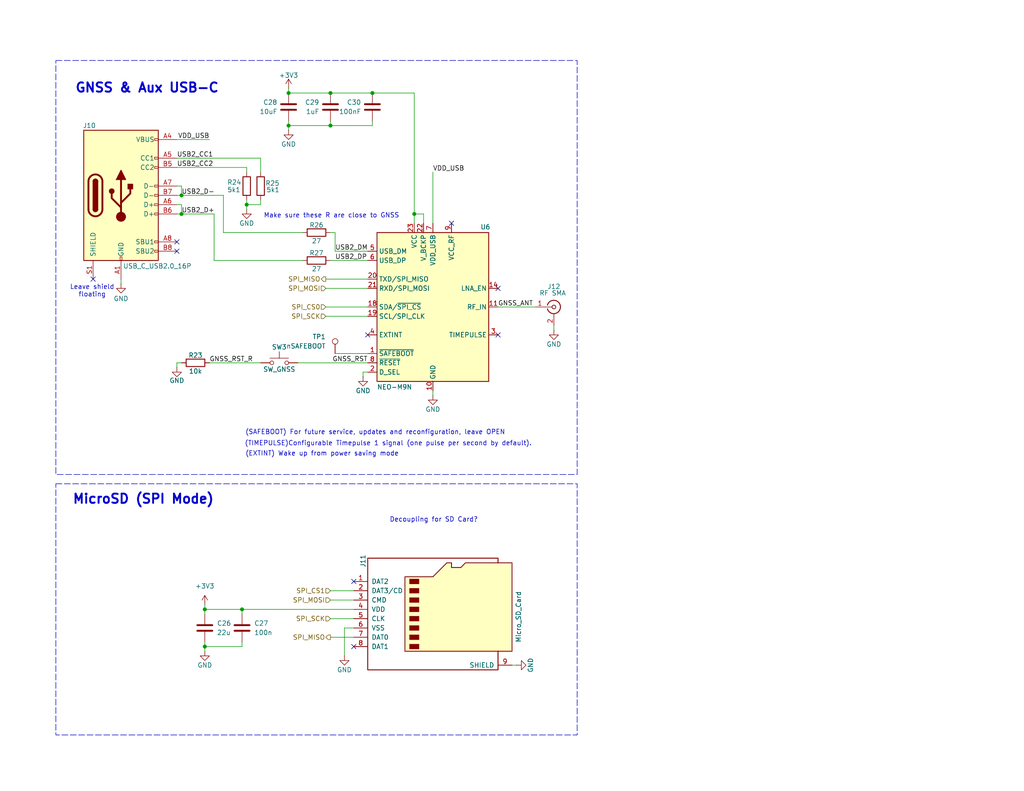
<source format=kicad_sch>
(kicad_sch (version 20250114) (generator "eeschema") (generator_version "9.0")
  (paper "USLetter")
  (title_block (title "GNSS NEO-M6N") (date "2025-11-12") (rev "B") (company "Bronco STAR - BLV"))
  (lib_symbols
    (symbol "Connector:Conn_Coaxial" (pin_names (offset 1.016) (hide yes))
      (property "Reference" "J" (at 0.254 3.048 0))
      (property "Value" "Conn_Coaxial" (at 2.921 0 90))
      (symbol "Conn_Coaxial_0_1"
        (polyline (pts (xy -2.54 0) (xy -0.508 0)))
        (arc (start 1.778 0) (mid 0.222 -1.8079) (end -1.778 -0.508) (stroke (width 0.254)))
        (arc (start -1.778 0.508) (mid 0.2221 1.8084) (end 1.778 0) (stroke (width 0.254)))
        (circle (center 0 0) (radius 0.508) (stroke (width 0.2032)))
        (polyline (pts (xy 0 -2.54) (xy 0 -1.778)))
      )
      (symbol "Conn_Coaxial_1_1"
        (pin passive line (at -5.08 0 0) (length 2.54) (name "In") (number "1"))
        (pin passive line (at 0 -5.08 90) (length 2.54) (name "Ext") (number "2"))
      )
    )
    (symbol "Connector:Micro_SD_Card" (pin_names (offset 1.016))
      (property "Reference" "J" (at -16.51 15.24 0))
      (property "Value" "Micro_SD_Card" (at 16.51 15.24 0))
      (symbol "Micro_SD_Card_0_1"
        (polyline (pts (xy -8.89 -11.43) (xy -8.89 8.89) (xy -1.27 8.89) (xy 2.54 12.7) (xy 3.81 12.7) (xy 3.81 11.43) (xy 6.35 11.43) (xy 7.62 12.7) (xy 20.32 12.7) (xy 20.32 -11.43) (xy -8.89 -11.43)) (stroke (width 0.254)) (fill (type background)))
        (rectangle (start -7.62 8.255) (end -5.08 6.985) (fill (type outline)))
        (rectangle (start -7.62 5.715) (end -5.08 4.445) (fill (type outline)))
        (rectangle (start -7.62 3.175) (end -5.08 1.905) (fill (type outline)))
        (rectangle (start -7.62 0.635) (end -5.08 -0.635) (fill (type outline)))
        (rectangle (start -7.62 -1.905) (end -5.08 -3.175) (fill (type outline)))
        (rectangle (start -7.62 -4.445) (end -5.08 -5.715) (fill (type outline)))
        (rectangle (start -7.62 -6.985) (end -5.08 -8.255) (fill (type outline)))
        (rectangle (start -7.62 -9.525) (end -5.08 -10.795) (fill (type outline)))
        (polyline (pts (xy 16.51 12.7) (xy 16.51 13.97) (xy -19.05 13.97) (xy -19.05 -16.51) (xy 16.51 -16.51) (xy 16.51 -11.43)) (stroke (width 0.254)))
      )
      (symbol "Micro_SD_Card_1_1"
        (pin bidirectional line (at -22.86 7.62 0) (length 3.81) (name "DAT2") (number "1"))
        (pin bidirectional line (at -22.86 5.08 0) (length 3.81) (name "DAT3/CD") (number "2"))
        (pin input line (at -22.86 2.54 0) (length 3.81) (name "CMD") (number "3"))
        (pin power_in line (at -22.86 0 0) (length 3.81) (name "VDD") (number "4"))
        (pin input line (at -22.86 -2.54 0) (length 3.81) (name "CLK") (number "5"))
        (pin power_in line (at -22.86 -5.08 0) (length 3.81) (name "VSS") (number "6"))
        (pin bidirectional line (at -22.86 -7.62 0) (length 3.81) (name "DAT0") (number "7"))
        (pin bidirectional line (at -22.86 -10.16 0) (length 3.81) (name "DAT1") (number "8"))
        (pin passive line (at 20.32 -15.24 180) (length 3.81) (name "SHIELD") (number "9"))
      )
    )
    (symbol "Connector:TestPoint" (pin_numbers (hide yes)) (pin_names (offset 0.762) (hide yes))
      (property "Reference" "TP" (at 0 6.858 0))
      (property "Value" "TestPoint" (at 0 5.08 0))
      (symbol "TestPoint_0_1"
        (circle (center 0 3.302) (radius 0.762))
      )
      (symbol "TestPoint_1_1"
        (pin passive line (at 0 0 90) (length 2.54) (name "1") (number "1"))
      )
    )
    (symbol "Connector:USB_C_Receptacle_USB2.0_16P" (pin_names (offset 1.016))
      (property "Reference" "J" (at 0 22.225 0))
      (property "Value" "USB_C_Receptacle_USB2.0_16P" (at 0 19.685 0))
      (symbol "USB_C_Receptacle_USB2.0_16P_0_0"
        (rectangle (start -0.254 -17.78) (end 0.254 -16.764))
        (rectangle (start 10.16 15.494) (end 9.144 14.986))
        (rectangle (start 10.16 10.414) (end 9.144 9.906))
        (rectangle (start 10.16 7.874) (end 9.144 7.366))
        (rectangle (start 10.16 2.794) (end 9.144 2.286))
        (rectangle (start 10.16 0.254) (end 9.144 -0.254))
        (rectangle (start 10.16 -2.286) (end 9.144 -2.794))
        (rectangle (start 10.16 -4.826) (end 9.144 -5.334))
        (rectangle (start 10.16 -12.446) (end 9.144 -12.954))
        (rectangle (start 10.16 -14.986) (end 9.144 -15.494))
      )
      (symbol "USB_C_Receptacle_USB2.0_16P_0_1"
        (rectangle (start -10.16 17.78) (end 10.16 -17.78) (stroke (width 0.254)) (fill (type background)))
        (polyline (pts (xy -8.89 -3.81) (xy -8.89 3.81)) (stroke (width 0.508)))
        (rectangle (start -7.62 -3.81) (end -6.35 3.81) (stroke (width 0.254)) (fill (type outline)))
        (arc (start -7.62 3.81) (mid -6.985 4.4423) (end -6.35 3.81) (stroke (width 0.254)))
        (arc (start -7.62 3.81) (mid -6.985 4.4423) (end -6.35 3.81) (stroke (width 0.254)) (fill (type outline)))
        (arc (start -8.89 3.81) (mid -6.985 5.7067) (end -5.08 3.81) (stroke (width 0.508)))
        (arc (start -5.08 -3.81) (mid -6.985 -5.7067) (end -8.89 -3.81) (stroke (width 0.508)))
        (arc (start -6.35 -3.81) (mid -6.985 -4.4423) (end -7.62 -3.81) (stroke (width 0.254)))
        (arc (start -6.35 -3.81) (mid -6.985 -4.4423) (end -7.62 -3.81) (stroke (width 0.254)) (fill (type outline)))
        (polyline (pts (xy -5.08 3.81) (xy -5.08 -3.81)) (stroke (width 0.508)))
        (circle (center -2.54 1.143) (radius 0.635) (stroke (width 0.254)) (fill (type outline)))
        (polyline (pts (xy -1.27 4.318) (xy 0 6.858) (xy 1.27 4.318) (xy -1.27 4.318)) (stroke (width 0.254)) (fill (type outline)))
        (polyline (pts (xy 0 -2.032) (xy 2.54 0.508) (xy 2.54 1.778)) (stroke (width 0.508)))
        (polyline (pts (xy 0 -3.302) (xy -2.54 -0.762) (xy -2.54 0.508)) (stroke (width 0.508)))
        (polyline (pts (xy 0 -5.842) (xy 0 4.318)) (stroke (width 0.508)))
        (circle (center 0 -5.842) (radius 1.27) (fill (type outline)))
        (rectangle (start 1.905 1.778) (end 3.175 3.048) (stroke (width 0.254)) (fill (type outline)))
      )
      (symbol "USB_C_Receptacle_USB2.0_16P_1_1"
        (pin passive line (at -7.62 -22.86 90) (length 5.08) (name "SHIELD") (number "S1"))
        (pin passive line (at 0 -22.86 90) (length 5.08) (name "GND") (number "A1"))
        (pin passive line (at 0 -22.86 90) (length 5.08) (hide yes) (name "GND") (number "A12"))
        (pin passive line (at 0 -22.86 90) (length 5.08) (hide yes) (name "GND") (number "B1"))
        (pin passive line (at 0 -22.86 90) (length 5.08) (hide yes) (name "GND") (number "B12"))
        (pin passive line (at 15.24 15.24 180) (length 5.08) (name "VBUS") (number "A4"))
        (pin passive line (at 15.24 15.24 180) (length 5.08) (hide yes) (name "VBUS") (number "A9"))
        (pin passive line (at 15.24 15.24 180) (length 5.08) (hide yes) (name "VBUS") (number "B4"))
        (pin passive line (at 15.24 15.24 180) (length 5.08) (hide yes) (name "VBUS") (number "B9"))
        (pin bidirectional line (at 15.24 10.16 180) (length 5.08) (name "CC1") (number "A5"))
        (pin bidirectional line (at 15.24 7.62 180) (length 5.08) (name "CC2") (number "B5"))
        (pin bidirectional line (at 15.24 2.54 180) (length 5.08) (name "D-") (number "A7"))
        (pin bidirectional line (at 15.24 0 180) (length 5.08) (name "D-") (number "B7"))
        (pin bidirectional line (at 15.24 -2.54 180) (length 5.08) (name "D+") (number "A6"))
        (pin bidirectional line (at 15.24 -5.08 180) (length 5.08) (name "D+") (number "B6"))
        (pin bidirectional line (at 15.24 -12.7 180) (length 5.08) (name "SBU1") (number "A8"))
        (pin bidirectional line (at 15.24 -15.24 180) (length 5.08) (name "SBU2") (number "B8"))
      )
    )
    (symbol "Device:C" (pin_numbers (hide yes)) (pin_names (offset 0.254))
      (property "Reference" "C" (at 0.635 2.54 0))
      (property "Value" "C" (at 0.635 -2.54 0))
      (symbol "C_0_1"
        (polyline (pts (xy -2.032 0.762) (xy 2.032 0.762)) (stroke (width 0.508)))
        (polyline (pts (xy -2.032 -0.762) (xy 2.032 -0.762)) (stroke (width 0.508)))
      )
      (symbol "C_1_1"
        (pin passive line (at 0 3.81 270) (length 2.794) (name "~") (number "1"))
        (pin passive line (at 0 -3.81 90) (length 2.794) (name "~") (number "2"))
      )
    )
    (symbol "Device:R" (pin_numbers (hide yes)) (pin_names (offset 0))
      (property "Reference" "R" (at 2.032 0 90))
      (property "Value" "R" (at 0 0 90))
      (symbol "R_0_1"
        (rectangle (start -1.016 -2.54) (end 1.016 2.54) (stroke (width 0.254)))
      )
      (symbol "R_1_1"
        (pin passive line (at 0 3.81 270) (length 1.27) (name "~") (number "1"))
        (pin passive line (at 0 -3.81 90) (length 1.27) (name "~") (number "2"))
      )
    )
    (symbol "GND_3" (power) (pin_numbers (hide yes)) (pin_names (offset 0) (hide yes))
      (property "Value" "GND" (at 0 -3.81 0))
      (symbol "GND_3_0_1"
        (polyline (pts (xy 0 0) (xy 0 -1.27) (xy 1.27 -1.27) (xy 0 -2.54) (xy -1.27 -1.27) (xy 0 -1.27)))
      )
      (symbol "GND_3_1_1"
        (pin power_in line (at 0 0 270) (length 0) (name "~") (number "1"))
      )
    )
    (symbol "RF_GPS:NEO-M9N"
      (property "Reference" "U" (at -13.97 21.59 0))
      (property "Value" "NEO-M9N" (at 11.43 21.59 0))
      (symbol "NEO-M9N_0_1"
        (rectangle (start -15.24 20.32) (end 15.24 -20.32) (stroke (width 0.254)) (fill (type background)))
      )
      (symbol "NEO-M9N_1_1"
        (pin bidirectional line (at -17.78 15.24 0) (length 2.54) (name "USB_DM") (number "5"))
        (pin bidirectional line (at -17.78 12.7 0) (length 2.54) (name "USB_DP") (number "6"))
        (pin output line (at -17.78 7.62 0) (length 2.54) (name "TXD/SPI_MISO") (number "20"))
        (pin input line (at -17.78 5.08 0) (length 2.54) (name "RXD/SPI_MOSI") (number "21"))
        (pin bidirectional line (at -17.78 0 0) (length 2.54) (name "SDA/~{SPI_CS}") (number "18"))
        (pin input line (at -17.78 -2.54 0) (length 2.54) (name "SCL/SPI_CLK") (number "19"))
        (pin input line (at -17.78 -7.62 0) (length 2.54) (name "EXTINT") (number "4"))
        (pin input line (at -17.78 -12.7 0) (length 2.54) (name "~{SAFEBOOT}") (number "1"))
        (pin input line (at -17.78 -15.24 0) (length 2.54) (name "~{RESET}") (number "8"))
        (pin input line (at -17.78 -17.78 0) (length 2.54) (name "D_SEL") (number "2"))
        (pin power_in line (at -5.08 22.86 270) (length 2.54) (name "VCC") (number "23"))
        (pin power_in line (at -2.54 22.86 270) (length 2.54) (name "V_BCKP") (number "22"))
        (pin power_in line (at 0 22.86 270) (length 2.54) (name "VDD_USB") (number "7"))
        (pin power_in line (at 0 -22.86 90) (length 2.54) (name "GND") (number "10"))
        (pin passive line (at 0 -22.86 90) (length 2.54) (hide yes) (name "GND") (number "12"))
        (pin passive line (at 0 -22.86 90) (length 2.54) (hide yes) (name "GND") (number "13"))
        (pin passive line (at 0 -22.86 90) (length 2.54) (hide yes) (name "GND") (number "24"))
        (pin power_out line (at 5.08 22.86 270) (length 2.54) (name "VCC_RF") (number "9"))
        (pin no_connect line (at 15.24 -10.16 180) (length 2.54) (hide yes) (name "RESERVED") (number "15"))
        (pin no_connect line (at 15.24 -12.7 180) (length 2.54) (hide yes) (name "RESERVED") (number "16"))
        (pin no_connect line (at 15.24 -15.24 180) (length 2.54) (hide yes) (name "RESERVED") (number "17"))
        (pin output line (at 17.78 5.08 180) (length 2.54) (name "LNA_EN") (number "14"))
        (pin input line (at 17.78 0 180) (length 2.54) (name "RF_IN") (number "11"))
        (pin output line (at 17.78 -7.62 180) (length 2.54) (name "TIMEPULSE") (number "3"))
      )
    )
    (symbol "Switch:SW_Push" (pin_numbers (hide yes)) (pin_names (offset 1.016) (hide yes))
      (property "Reference" "SW" (at 1.27 2.54 0))
      (property "Value" "SW_Push" (at 0 -1.524 0))
      (symbol "SW_Push_0_1"
        (circle (center -2.032 0) (radius 0.508))
        (polyline (pts (xy 0 1.27) (xy 0 3.048)))
        (circle (center 2.032 0) (radius 0.508))
        (polyline (pts (xy 2.54 1.27) (xy -2.54 1.27)))
        (pin passive line (at -5.08 0 0) (length 2.54) (name "1") (number "1"))
        (pin passive line (at 5.08 0 180) (length 2.54) (name "2") (number "2"))
      )
    )
    (symbol "power:+3V3" (power) (pin_numbers (hide yes)) (pin_names (offset 0) (hide yes))
      (property "Value" "+3V3" (at 0 3.556 0))
      (symbol "+3V3_0_1"
        (polyline (pts (xy -0.762 1.27) (xy 0 2.54)))
        (polyline (pts (xy 0 2.54) (xy 0.762 1.27)))
        (polyline (pts (xy 0 0) (xy 0 2.54)))
      )
      (symbol "+3V3_1_1"
        (pin power_in line (at 0 0 90) (length 0) (name "~") (number "1"))
      )
    )
    (symbol "power:GND" (power) (pin_numbers (hide yes)) (pin_names (offset 0) (hide yes))
      (property "Value" "GND" (at 0 -3.81 0))
      (symbol "GND_0_1"
        (polyline (pts (xy 0 0) (xy 0 -1.27) (xy 1.27 -1.27) (xy 0 -2.54) (xy -1.27 -1.27) (xy 0 -1.27)))
      )
      (symbol "GND_1_1"
        (pin power_in line (at 0 0 270) (length 0) (name "~") (number "1"))
      )
    )
  )
  (rectangle (start 15.24 132.08) (end 157.48 200.66) (stroke (width 0) (type dash)))
  (rectangle (start 15.24 16.51) (end 157.48 129.54) (stroke (width 0) (type dash)))
  (text "Leave shield\nfloating\n" (at 25.146 79.502 0) (effects (font (size 1.27 1.27))))
  (text "Make sure these R are close to GNSS\n" (at 108.966 59.69 0) (effects (font (size 1.27 1.27)) (justify right bottom)))
  (text "Decoupling for SD Card?" (at 118.364 141.986 0) (effects (font (size 1.27 1.27))))
  (text "MicroSD (SPI Mode)" (at 39.116 136.398 0) (effects (font (size 2.54 2.54) (thickness 0.508) (bold yes))))
  (text "(EXTINT) Wake up from power saving mode" (at 87.884 123.952 0) (effects (font (size 1.27 1.27))))
  (text "(SAFEBOOT) For future service, updates and reconfiguration, leave OPEN " (at 102.87 118.11 0) (effects (font (size 1.27 1.27))))
  (text "(TIMEPULSE)Configurable Timepulse 1 signal (one pulse per second by default). " (at 106.426 121.158 0) (effects (font (size 1.27 1.27))))
  (text "GNSS & Aux USB-C" (at 40.132 24.13 0) (effects (font (size 2.54 2.54) (thickness 0.508) (bold yes))))
  (junction (at 113.03 58.42))
  (junction (at 90.17 34.29))
  (junction (at 67.31 55.88))
  (junction (at 49.53 53.34))
  (junction (at 90.17 25.4))
  (junction (at 78.74 34.29))
  (junction (at 66.04 166.37))
  (junction (at 101.6 25.4))
  (junction (at 49.53 58.42))
  (junction (at 78.74 25.4))
  (junction (at 55.88 166.37))
  (junction (at 55.88 176.53))
  (no_connect (at 96.52 158.75))
  (no_connect (at 123.19 60.96))
  (no_connect (at 100.33 91.44))
  (no_connect (at 48.26 68.58))
  (no_connect (at 48.26 66.04))
  (no_connect (at 25.4 76.2))
  (no_connect (at 96.52 176.53))
  (no_connect (at 135.89 91.44))
  (no_connect (at 135.89 78.74))
  (wire (pts (xy 33.02 76.2) (xy 33.02 77.47)))
  (wire (pts (xy 88.9 86.36) (xy 100.33 86.36)))
  (wire (pts (xy 55.88 166.37) (xy 66.04 166.37)))
  (wire (pts (xy 60.96 63.5) (xy 60.96 53.34)))
  (wire (pts (xy 67.31 55.88) (xy 71.12 55.88)))
  (wire (pts (xy 55.88 176.53) (xy 55.88 175.26)))
  (wire (pts (xy 48.26 53.34) (xy 49.53 53.34)))
  (wire (pts (xy 101.6 33.02) (xy 101.6 34.29)))
  (wire (pts (xy 100.33 96.52) (xy 91.44 96.52)))
  (wire (pts (xy 91.44 63.5) (xy 90.17 63.5)))
  (wire (pts (xy 66.04 175.26) (xy 66.04 176.53)))
  (wire (pts (xy 113.03 60.96) (xy 113.03 58.42)))
  (wire (pts (xy 78.74 34.29) (xy 78.74 33.02)))
  (wire (pts (xy 67.31 55.88) (xy 67.31 54.61)))
  (wire (pts (xy 48.26 99.06) (xy 48.26 100.33)))
  (wire (pts (xy 93.98 171.45) (xy 93.98 179.07)))
  (wire (pts (xy 96.52 171.45) (xy 93.98 171.45)))
  (wire (pts (xy 71.12 43.18) (xy 71.12 46.99)))
  (wire (pts (xy 90.17 71.12) (xy 100.33 71.12)))
  (wire (pts (xy 67.31 46.99) (xy 67.31 45.72)))
  (wire (pts (xy 90.17 34.29) (xy 101.6 34.29)))
  (wire (pts (xy 78.74 25.4) (xy 90.17 25.4)))
  (wire (pts (xy 88.9 78.74) (xy 100.33 78.74)))
  (wire (pts (xy 101.6 25.4) (xy 113.03 25.4)))
  (wire (pts (xy 113.03 25.4) (xy 113.03 58.42)))
  (wire (pts (xy 55.88 165.1) (xy 55.88 166.37)))
  (wire (pts (xy 99.06 101.6) (xy 99.06 102.87)))
  (wire (pts (xy 66.04 166.37) (xy 66.04 167.64)))
  (wire (pts (xy 49.53 58.42) (xy 49.53 55.88)))
  (wire (pts (xy 78.74 34.29) (xy 78.74 35.56)))
  (wire (pts (xy 48.26 43.18) (xy 71.12 43.18)))
  (wire (pts (xy 118.11 46.99) (xy 118.11 60.96)))
  (wire (pts (xy 49.53 53.34) (xy 49.53 50.8)))
  (wire (pts (xy 88.9 83.82) (xy 100.33 83.82)))
  (wire (pts (xy 100.33 101.6) (xy 99.06 101.6)))
  (wire (pts (xy 66.04 176.53) (xy 55.88 176.53)))
  (wire (pts (xy 135.89 83.82) (xy 146.05 83.82)))
  (wire (pts (xy 71.12 55.88) (xy 71.12 54.61)))
  (wire (pts (xy 58.42 71.12) (xy 82.55 71.12)))
  (wire (pts (xy 118.11 106.68) (xy 118.11 107.95)))
  (wire (pts (xy 90.17 163.83) (xy 96.52 163.83)))
  (wire (pts (xy 49.53 50.8) (xy 48.26 50.8)))
  (wire (pts (xy 91.44 63.5) (xy 91.44 68.58)))
  (wire (pts (xy 113.03 58.42) (xy 115.57 58.42)))
  (wire (pts (xy 55.88 176.53) (xy 55.88 177.8)))
  (wire (pts (xy 81.28 99.06) (xy 100.33 99.06)))
  (wire (pts (xy 67.31 45.72) (xy 48.26 45.72)))
  (wire (pts (xy 48.26 38.1) (xy 57.15 38.1)))
  (wire (pts (xy 55.88 167.64) (xy 55.88 166.37)))
  (wire (pts (xy 139.7 181.61) (xy 140.97 181.61)))
  (wire (pts (xy 48.26 99.06) (xy 49.53 99.06)))
  (wire (pts (xy 151.13 88.9) (xy 151.13 90.17)))
  (wire (pts (xy 90.17 161.29) (xy 96.52 161.29)))
  (wire (pts (xy 58.42 71.12) (xy 58.42 58.42)))
  (wire (pts (xy 58.42 58.42) (xy 49.53 58.42)))
  (wire (pts (xy 49.53 55.88) (xy 48.26 55.88)))
  (wire (pts (xy 66.04 166.37) (xy 96.52 166.37)))
  (wire (pts (xy 90.17 168.91) (xy 96.52 168.91)))
  (wire (pts (xy 78.74 24.13) (xy 78.74 25.4)))
  (wire (pts (xy 71.12 99.06) (xy 57.15 99.06)))
  (wire (pts (xy 90.17 33.02) (xy 90.17 34.29)))
  (wire (pts (xy 67.31 57.15) (xy 67.31 55.88)))
  (wire (pts (xy 78.74 34.29) (xy 90.17 34.29)))
  (wire (pts (xy 91.44 68.58) (xy 100.33 68.58)))
  (wire (pts (xy 90.17 173.99) (xy 96.52 173.99)))
  (wire (pts (xy 88.9 76.2) (xy 100.33 76.2)))
  (wire (pts (xy 48.26 58.42) (xy 49.53 58.42)))
  (wire (pts (xy 60.96 63.5) (xy 82.55 63.5)))
  (wire (pts (xy 115.57 58.42) (xy 115.57 60.96)))
  (wire (pts (xy 90.17 25.4) (xy 101.6 25.4)))
  (wire (pts (xy 60.96 53.34) (xy 49.53 53.34)))
  (label "USB2_D-" (at 49.53 53.34 0))
  (label "GNSS_RST" (at 100.33 99.06 180))
  (label "USB2_D+" (at 49.53 58.42 0))
  (label "USB2_DP" (at 91.44 71.12 0))
  (label "VDD_USB" (at 57.15 38.1 180))
  (label "VDD_USB" (at 118.11 46.99 0))
  (label "GNSS_ANT" (at 135.89 83.82 0))
  (label "USB2_DM" (at 91.44 68.58 0))
  (label "USB2_CC2" (at 48.26 45.72 0))
  (label "GNSS_RST_R" (at 57.15 99.06 0))
  (label "USB2_CC1" (at 48.26 43.18 0))
  (hierarchical_label "SPI_SCK" (shape input) (at 88.9 86.36 180))
  (hierarchical_label "SPI_SCK" (shape input) (at 90.17 168.91 180))
  (hierarchical_label "SPI_MISO" (shape output) (at 90.17 173.99 180))
  (hierarchical_label "SPI_MOSI" (shape input) (at 90.17 163.83 180))
  (hierarchical_label "SPI_MISO" (shape output) (at 88.9 76.2 180))
  (hierarchical_label "SPI_MOSI" (shape input) (at 88.9 78.74 180))
  (hierarchical_label "SPI_CS0" (shape input) (at 88.9 83.82 180))
  (hierarchical_label "SPI_CS1" (shape input) (at 90.17 161.29 180))
  (symbol (lib_name "GND_3") (lib_id "power:GND") (at 99.06 102.87 0) (unit 1)
    (property "Reference" "#PWR060" (effects (hide yes)))
    (property "Value" "GND" (at 99.06 106.68 0))
    (property "Description" "Power symbol creates a global label with name \"GND\" , ground" (effects (hide yes)))
  )
  (symbol (lib_id "Device:R") (at 53.34 99.06 90) (unit 1)
    (property "Reference" "R23" (at 53.34 97.028 90))
    (property "Value" "10k" (at 53.34 101.346 90))
    (property "Footprint" "Resistor_SMD:R_0402_1005Metric" (effects (hide yes)))
    (property "Description" "Resistor" (effects (hide yes)))
  )
  (symbol (lib_id "Device:C") (at 55.88 171.45 0) (unit 1)
    (property "Reference" "C26" (at 59.182 170.18 0) (effects (justify left)))
    (property "Value" "22u" (at 59.182 172.72 0) (effects (justify left)))
    (property "Footprint" "Capacitor_SMD:C_0805_2012Metric" (effects (hide yes)))
    (property "Description" "Unpolarized capacitor" (effects (hide yes)))
  )
  (symbol (lib_id "Switch:SW_Push") (at 76.2 99.06 0) (unit 1)
    (property "Reference" "SW3" (at 76.2 94.742 0))
    (property "Value" "SW_GNSS" (at 76.2 100.838 0))
    (property "Footprint" "Button_Switch_SMD:SW_SPST_B3U-1000P" (effects (hide yes)))
    (property "Description" "Push button switch, generic, two pins" (effects (hide yes)))
  )
  (symbol (lib_id "Device:R") (at 86.36 63.5 90) (unit 1)
    (property "Reference" "R26" (at 86.36 61.468 90))
    (property "Value" "27" (at 86.36 65.786 90))
    (property "Footprint" "Resistor_SMD:R_0402_1005Metric" (effects (hide yes)))
    (property "Description" "Resistor" (effects (hide yes)))
  )
  (symbol (lib_id "power:GND") (at 67.31 57.15 0) (unit 1)
    (property "Reference" "#PWR056" (effects (hide yes)))
    (property "Value" "GND" (at 67.31 60.96 0))
    (property "Description" "Power symbol creates a global label with name \"GND\" , ground" (effects (hide yes)))
  )
  (symbol (lib_id "Device:R") (at 67.31 50.8 0) (unit 1)
    (property "Reference" "R24" (at 61.976 49.784 0) (effects (justify left)))
    (property "Value" "5k1" (at 61.976 51.816 0) (effects (justify left)))
    (property "Footprint" "Resistor_SMD:R_0402_1005Metric" (effects (hide yes)))
    (property "Description" "Resistor" (effects (hide yes)))
  )
  (symbol (lib_id "power:GND") (at 33.02 77.47 0) (unit 1)
    (property "Reference" "#PWR052" (effects (hide yes)))
    (property "Value" "GND" (at 33.02 81.534 0))
    (property "Description" "Power symbol creates a global label with name \"GND\" , ground" (effects (hide yes)))
  )
  (symbol (lib_name "GND_3") (lib_id "power:GND") (at 78.74 35.56 0) (unit 1)
    (property "Reference" "#PWR058" (effects (hide yes)))
    (property "Value" "GND" (at 78.74 39.37 0))
    (property "Description" "Power symbol creates a global label with name \"GND\" , ground" (effects (hide yes)))
  )
  (symbol (lib_id "power:+3V3") (at 55.88 165.1 0) (unit 1)
    (property "Reference" "#PWR053" (effects (hide yes)))
    (property "Value" "+3V3" (at 55.88 160.02 0))
    (property "Description" "Power symbol creates a global label with name \"+3V3\"" (effects (hide yes)))
  )
  (symbol (lib_id "Device:C") (at 90.17 29.21 0) (mirror y) (unit 1)
    (property "Reference" "C29" (at 87.122 27.94 0) (effects (justify left)))
    (property "Value" "1uF" (at 87.122 30.48 0) (effects (justify left)))
    (property "Footprint" "Capacitor_SMD:C_0402_1005Metric" (effects (hide yes)))
    (property "Description" "Unpolarized capacitor" (effects (hide yes)))
  )
  (symbol (lib_id "Device:C") (at 101.6 29.21 0) (mirror y) (unit 1)
    (property "Reference" "C30" (at 98.552 27.94 0) (effects (justify left)))
    (property "Value" "100nF" (at 98.552 30.48 0) (effects (justify left)))
    (property "Footprint" "Capacitor_SMD:C_0402_1005Metric" (effects (hide yes)))
    (property "Description" "Unpolarized capacitor" (effects (hide yes)))
  )
  (symbol (lib_id "Device:R") (at 71.12 50.8 0) (unit 1)
    (property "Reference" "R25" (at 72.39 50.038 0) (effects (justify left)))
    (property "Value" "5k1" (at 72.644 51.816 0) (effects (justify left)))
    (property "Footprint" "Resistor_SMD:R_0402_1005Metric" (effects (hide yes)))
    (property "Description" "Resistor" (effects (hide yes)))
  )
  (symbol (lib_id "power:GND") (at 151.13 90.17 0) (mirror y) (unit 1)
    (property "Reference" "#PWR063" (effects (hide yes)))
    (property "Value" "GND" (at 151.13 93.98 0))
    (property "Description" "Power symbol creates a global label with name \"GND\" , ground" (effects (hide yes)))
  )
  (symbol (lib_name "GND_3") (lib_id "power:GND") (at 118.11 107.95 0) (unit 1)
    (property "Reference" "#PWR061" (effects (hide yes)))
    (property "Value" "GND" (at 118.11 111.76 0))
    (property "Description" "Power symbol creates a global label with name \"GND\" , ground" (effects (hide yes)))
  )
  (symbol (lib_id "Device:C") (at 78.74 29.21 0) (mirror y) (unit 1)
    (property "Reference" "C28" (at 75.692 27.94 0) (effects (justify left)))
    (property "Value" "10uF" (at 75.692 30.48 0) (effects (justify left)))
    (property "Footprint" "Capacitor_SMD:C_0402_1005Metric" (effects (hide yes)))
    (property "Description" "Unpolarized capacitor" (effects (hide yes)))
  )
  (symbol (lib_id "Connector:USB_C_Receptacle_USB2.0_16P") (at 33.02 53.34 0) (unit 1)
    (property "Reference" "J10" (at 24.384 34.29 0))
    (property "Value" "USB_C_USB2.0_16P" (at 42.926 72.644 0))
    (property "Footprint" "Connector_USB:USB_C_Receptacle_HRO_TYPE-C-31-M-12" (effects (hide yes)))
    (property "Datasheet" "https://www.usb.org/sites/default/files/documents/usb_type-c.zip" (effects (hide yes)))
    (property "Description" "USB 2.0-only 16P Type-C Receptacle connector" (effects (hide yes)))
    (property "LCSC Part" "C165948" (effects (hide yes)))
  )
  (symbol (lib_id "power:+3V3") (at 78.74 24.13 0) (unit 1)
    (property "Reference" "#PWR057" (effects (hide yes)))
    (property "Value" "+3V3" (at 78.74 20.574 0))
    (property "Description" "Power symbol creates a global label with name \"+3V3\"" (effects (hide yes)))
  )
  (symbol (lib_id "Device:C") (at 66.04 171.45 0) (unit 1)
    (property "Reference" "C27" (at 69.342 170.18 0) (effects (justify left)))
    (property "Value" "100n" (at 69.342 172.72 0) (effects (justify left)))
    (property "Footprint" "Capacitor_SMD:C_0402_1005Metric" (effects (hide yes)))
    (property "Description" "Unpolarized capacitor" (effects (hide yes)))
  )
  (symbol (lib_id "Connector:TestPoint") (at 91.44 96.52 0) (unit 1)
    (property "Reference" "TP1" (at 88.9 91.9479 0) (effects (justify right)))
    (property "Value" "nSAFEBOOT" (at 88.9 94.4879 0) (effects (justify right)))
    (property "Footprint" "TestPoint:TestPoint_Pad_D1.0mm" (effects (hide yes)))
    (property "Description" "test point" (effects (hide yes)))
  )
  (symbol (lib_id "Connector:Micro_SD_Card") (at 119.38 166.37 0) (unit 1)
    (property "Reference" "J11" (at 99.06 153.162 90))
    (property "Value" "Micro_SD_Card" (at 141.478 168.402 90))
    (property "Footprint" "Connector_Card:microSD_HC_Wuerth_693072010801" (effects (hide yes)))
    (property "Datasheet" "https://www.we-online.com/components/products/datasheet/693072010801.pdf" (effects (hide yes)))
    (property "Description" "Micro SD Card Socket | https://elm-chan.org/docs/mmc/mmc_e.html" (effects (hide yes)))
  )
  (symbol (lib_id "power:GND") (at 93.98 179.07 0) (unit 1)
    (property "Reference" "#PWR059" (effects (hide yes)))
    (property "Value" "GND" (at 93.98 182.88 0))
    (property "Description" "Power symbol creates a global label with name \"GND\" , ground" (effects (hide yes)))
  )
  (symbol (lib_name "GND_3") (lib_id "power:GND") (at 48.26 100.33 0) (unit 1)
    (property "Reference" "#PWR055" (effects (hide yes)))
    (property "Value" "GND" (at 48.26 103.886 0))
    (property "Description" "Power symbol creates a global label with name \"GND\" , ground" (effects (hide yes)))
  )
  (symbol (lib_id "power:GND") (at 55.88 177.8 0) (unit 1)
    (property "Reference" "#PWR054" (effects (hide yes)))
    (property "Value" "GND" (at 55.88 181.61 0))
    (property "Description" "Power symbol creates a global label with name \"GND\" , ground" (effects (hide yes)))
  )
  (symbol (lib_id "Device:R") (at 86.36 71.12 90) (unit 1)
    (property "Reference" "R27" (at 86.36 69.088 90))
    (property "Value" "27" (at 86.36 73.406 90))
    (property "Footprint" "Resistor_SMD:R_0402_1005Metric" (effects (hide yes)))
    (property "Description" "Resistor" (effects (hide yes)))
  )
  (symbol (lib_id "power:GND") (at 140.97 181.61 90) (unit 1)
    (property "Reference" "#PWR062" (effects (hide yes)))
    (property "Value" "GND" (at 144.78 181.61 0))
    (property "Description" "Power symbol creates a global label with name \"GND\" , ground" (effects (hide yes)))
  )
  (symbol (lib_id "Connector:Conn_Coaxial") (at 151.13 83.82 0) (unit 1)
    (property "Reference" "J12" (at 151.13 78.232 0))
    (property "Value" "RF SMA" (at 150.8126 80.01 0))
    (property "Footprint" "Connector_Coaxial:SMA_Amphenol_132134_Vertical" (effects (hide yes)))
    (property "Description" "coaxial connector (BNC, SMA, SMB, SMC, Cinch/RCA, LEMO, ...)" (effects (hide yes)))
  )
  (symbol (lib_id "RF_GPS:NEO-M9N") (at 118.11 83.82 0) (unit 1)
    (property "Reference" "U6" (at 131.064 61.976 0) (effects (justify left)))
    (property "Value" "NEO-M9N" (at 102.87 105.664 0) (effects (justify left)))
    (property "Footprint" "RF_GPS:ublox_NEO" (effects (hide yes)))
    (property "Datasheet" "https://www.u-blox.com/sites/default/files/NEO-M9N-00B_DataSheet_UBX-19014285.pdf" (effects (hide yes)))
    (property "Description" "GNSS Module NEO M8, VCC 2.7V to 3.6V" (effects (hide yes)))
    (property "LCSC Part" "C5119087" (effects (hide yes)))
  )
)
</source>
